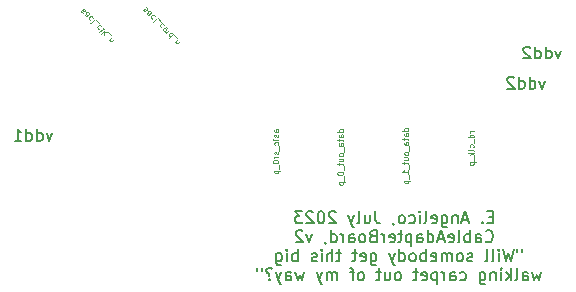
<source format=gbr>
%TF.GenerationSoftware,KiCad,Pcbnew,(6.0.4-0)*%
%TF.CreationDate,2023-07-13T10:21:47-07:00*%
%TF.ProjectId,CableAdapterBoard,4361626c-6541-4646-9170-746572426f61,rev?*%
%TF.SameCoordinates,Original*%
%TF.FileFunction,Legend,Bot*%
%TF.FilePolarity,Positive*%
%FSLAX46Y46*%
G04 Gerber Fmt 4.6, Leading zero omitted, Abs format (unit mm)*
G04 Created by KiCad (PCBNEW (6.0.4-0)) date 2023-07-13 10:21:47*
%MOMM*%
%LPD*%
G01*
G04 APERTURE LIST*
%ADD10C,0.125000*%
%ADD11C,0.150000*%
G04 APERTURE END LIST*
D10*
X123305160Y-69118950D02*
X123355668Y-69135786D01*
X123423011Y-69203129D01*
X123439847Y-69253637D01*
X123423011Y-69304145D01*
X123406175Y-69320981D01*
X123355668Y-69337816D01*
X123305160Y-69320981D01*
X123254652Y-69270473D01*
X123204145Y-69253637D01*
X123153637Y-69270473D01*
X123136801Y-69287309D01*
X123119965Y-69337816D01*
X123136801Y-69388324D01*
X123187309Y-69438832D01*
X123237816Y-69455668D01*
X123776564Y-69556683D02*
X123591370Y-69741877D01*
X123540862Y-69758713D01*
X123490355Y-69741877D01*
X123423011Y-69674534D01*
X123406175Y-69624026D01*
X123759729Y-69573519D02*
X123742893Y-69523011D01*
X123658713Y-69438832D01*
X123608206Y-69421996D01*
X123557698Y-69438832D01*
X123524026Y-69472503D01*
X123507190Y-69523011D01*
X123524026Y-69573519D01*
X123608206Y-69657698D01*
X123625042Y-69708206D01*
X124079610Y-69893400D02*
X124062774Y-69842893D01*
X123995431Y-69775549D01*
X123944923Y-69758713D01*
X123911251Y-69758713D01*
X123860744Y-69775549D01*
X123759729Y-69876564D01*
X123742893Y-69927072D01*
X123742893Y-69960744D01*
X123759729Y-70011251D01*
X123827072Y-70078595D01*
X123877580Y-70095431D01*
X124247969Y-70028087D02*
X124012267Y-70263790D01*
X123894416Y-70381641D02*
X123894416Y-70347969D01*
X123928087Y-70347969D01*
X123928087Y-70381641D01*
X123894416Y-70381641D01*
X123928087Y-70347969D01*
X124365820Y-70078595D02*
X124635194Y-70347969D01*
X124820389Y-70634179D02*
X124803553Y-70583671D01*
X124736209Y-70516328D01*
X124685702Y-70499492D01*
X124652030Y-70499492D01*
X124601522Y-70516328D01*
X124500507Y-70617343D01*
X124483671Y-70667851D01*
X124483671Y-70701522D01*
X124500507Y-70752030D01*
X124567851Y-70819374D01*
X124618358Y-70836209D01*
X125039255Y-70819374D02*
X124988748Y-70802538D01*
X124938240Y-70819374D01*
X124635194Y-71122419D01*
X125173942Y-70954061D02*
X124820389Y-71307614D01*
X125072927Y-71122419D02*
X125308629Y-71088748D01*
X125072927Y-71324450D02*
X125072927Y-71055076D01*
X125409644Y-71122419D02*
X125679018Y-71391793D01*
X125493824Y-71745347D02*
X125729526Y-71509644D01*
X125527496Y-71711675D02*
X125527496Y-71745347D01*
X125544331Y-71795854D01*
X125594839Y-71846362D01*
X125645347Y-71863198D01*
X125695854Y-71846362D01*
X125881049Y-71661167D01*
X150806190Y-79450952D02*
X150306190Y-79450952D01*
X150782380Y-79450952D02*
X150806190Y-79403333D01*
X150806190Y-79308095D01*
X150782380Y-79260476D01*
X150758571Y-79236666D01*
X150710952Y-79212857D01*
X150568095Y-79212857D01*
X150520476Y-79236666D01*
X150496666Y-79260476D01*
X150472857Y-79308095D01*
X150472857Y-79403333D01*
X150496666Y-79450952D01*
X150806190Y-79903333D02*
X150544285Y-79903333D01*
X150496666Y-79879523D01*
X150472857Y-79831904D01*
X150472857Y-79736666D01*
X150496666Y-79689047D01*
X150782380Y-79903333D02*
X150806190Y-79855714D01*
X150806190Y-79736666D01*
X150782380Y-79689047D01*
X150734761Y-79665238D01*
X150687142Y-79665238D01*
X150639523Y-79689047D01*
X150615714Y-79736666D01*
X150615714Y-79855714D01*
X150591904Y-79903333D01*
X150472857Y-80070000D02*
X150472857Y-80260476D01*
X150306190Y-80141428D02*
X150734761Y-80141428D01*
X150782380Y-80165238D01*
X150806190Y-80212857D01*
X150806190Y-80260476D01*
X150806190Y-80641428D02*
X150544285Y-80641428D01*
X150496666Y-80617619D01*
X150472857Y-80570000D01*
X150472857Y-80474761D01*
X150496666Y-80427142D01*
X150782380Y-80641428D02*
X150806190Y-80593809D01*
X150806190Y-80474761D01*
X150782380Y-80427142D01*
X150734761Y-80403333D01*
X150687142Y-80403333D01*
X150639523Y-80427142D01*
X150615714Y-80474761D01*
X150615714Y-80593809D01*
X150591904Y-80641428D01*
X150853809Y-80760476D02*
X150853809Y-81141428D01*
X150806190Y-81331904D02*
X150782380Y-81284285D01*
X150758571Y-81260476D01*
X150710952Y-81236666D01*
X150568095Y-81236666D01*
X150520476Y-81260476D01*
X150496666Y-81284285D01*
X150472857Y-81331904D01*
X150472857Y-81403333D01*
X150496666Y-81450952D01*
X150520476Y-81474761D01*
X150568095Y-81498571D01*
X150710952Y-81498571D01*
X150758571Y-81474761D01*
X150782380Y-81450952D01*
X150806190Y-81403333D01*
X150806190Y-81331904D01*
X150472857Y-81927142D02*
X150806190Y-81927142D01*
X150472857Y-81712857D02*
X150734761Y-81712857D01*
X150782380Y-81736666D01*
X150806190Y-81784285D01*
X150806190Y-81855714D01*
X150782380Y-81903333D01*
X150758571Y-81927142D01*
X150472857Y-82093809D02*
X150472857Y-82284285D01*
X150306190Y-82165238D02*
X150734761Y-82165238D01*
X150782380Y-82189047D01*
X150806190Y-82236666D01*
X150806190Y-82284285D01*
X150853809Y-82331904D02*
X150853809Y-82712857D01*
X150806190Y-83093809D02*
X150806190Y-82808095D01*
X150806190Y-82950952D02*
X150306190Y-82950952D01*
X150377619Y-82903333D01*
X150425238Y-82855714D01*
X150449047Y-82808095D01*
X150853809Y-83189047D02*
X150853809Y-83570000D01*
X150472857Y-83689047D02*
X150972857Y-83689047D01*
X150496666Y-83689047D02*
X150472857Y-83736666D01*
X150472857Y-83831904D01*
X150496666Y-83879523D01*
X150520476Y-83903333D01*
X150568095Y-83927142D01*
X150710952Y-83927142D01*
X150758571Y-83903333D01*
X150782380Y-83879523D01*
X150806190Y-83831904D01*
X150806190Y-83736666D01*
X150782380Y-83689047D01*
X145296190Y-79560952D02*
X144796190Y-79560952D01*
X145272380Y-79560952D02*
X145296190Y-79513333D01*
X145296190Y-79418095D01*
X145272380Y-79370476D01*
X145248571Y-79346666D01*
X145200952Y-79322857D01*
X145058095Y-79322857D01*
X145010476Y-79346666D01*
X144986666Y-79370476D01*
X144962857Y-79418095D01*
X144962857Y-79513333D01*
X144986666Y-79560952D01*
X145296190Y-80013333D02*
X145034285Y-80013333D01*
X144986666Y-79989523D01*
X144962857Y-79941904D01*
X144962857Y-79846666D01*
X144986666Y-79799047D01*
X145272380Y-80013333D02*
X145296190Y-79965714D01*
X145296190Y-79846666D01*
X145272380Y-79799047D01*
X145224761Y-79775238D01*
X145177142Y-79775238D01*
X145129523Y-79799047D01*
X145105714Y-79846666D01*
X145105714Y-79965714D01*
X145081904Y-80013333D01*
X144962857Y-80180000D02*
X144962857Y-80370476D01*
X144796190Y-80251428D02*
X145224761Y-80251428D01*
X145272380Y-80275238D01*
X145296190Y-80322857D01*
X145296190Y-80370476D01*
X145296190Y-80751428D02*
X145034285Y-80751428D01*
X144986666Y-80727619D01*
X144962857Y-80680000D01*
X144962857Y-80584761D01*
X144986666Y-80537142D01*
X145272380Y-80751428D02*
X145296190Y-80703809D01*
X145296190Y-80584761D01*
X145272380Y-80537142D01*
X145224761Y-80513333D01*
X145177142Y-80513333D01*
X145129523Y-80537142D01*
X145105714Y-80584761D01*
X145105714Y-80703809D01*
X145081904Y-80751428D01*
X145343809Y-80870476D02*
X145343809Y-81251428D01*
X145296190Y-81441904D02*
X145272380Y-81394285D01*
X145248571Y-81370476D01*
X145200952Y-81346666D01*
X145058095Y-81346666D01*
X145010476Y-81370476D01*
X144986666Y-81394285D01*
X144962857Y-81441904D01*
X144962857Y-81513333D01*
X144986666Y-81560952D01*
X145010476Y-81584761D01*
X145058095Y-81608571D01*
X145200952Y-81608571D01*
X145248571Y-81584761D01*
X145272380Y-81560952D01*
X145296190Y-81513333D01*
X145296190Y-81441904D01*
X144962857Y-82037142D02*
X145296190Y-82037142D01*
X144962857Y-81822857D02*
X145224761Y-81822857D01*
X145272380Y-81846666D01*
X145296190Y-81894285D01*
X145296190Y-81965714D01*
X145272380Y-82013333D01*
X145248571Y-82037142D01*
X144962857Y-82203809D02*
X144962857Y-82394285D01*
X144796190Y-82275238D02*
X145224761Y-82275238D01*
X145272380Y-82299047D01*
X145296190Y-82346666D01*
X145296190Y-82394285D01*
X145343809Y-82441904D02*
X145343809Y-82822857D01*
X144796190Y-83037142D02*
X144796190Y-83084761D01*
X144820000Y-83132380D01*
X144843809Y-83156190D01*
X144891428Y-83180000D01*
X144986666Y-83203809D01*
X145105714Y-83203809D01*
X145200952Y-83180000D01*
X145248571Y-83156190D01*
X145272380Y-83132380D01*
X145296190Y-83084761D01*
X145296190Y-83037142D01*
X145272380Y-82989523D01*
X145248571Y-82965714D01*
X145200952Y-82941904D01*
X145105714Y-82918095D01*
X144986666Y-82918095D01*
X144891428Y-82941904D01*
X144843809Y-82965714D01*
X144820000Y-82989523D01*
X144796190Y-83037142D01*
X145343809Y-83299047D02*
X145343809Y-83680000D01*
X144962857Y-83799047D02*
X145462857Y-83799047D01*
X144986666Y-83799047D02*
X144962857Y-83846666D01*
X144962857Y-83941904D01*
X144986666Y-83989523D01*
X145010476Y-84013333D01*
X145058095Y-84037142D01*
X145200952Y-84037142D01*
X145248571Y-84013333D01*
X145272380Y-83989523D01*
X145296190Y-83941904D01*
X145296190Y-83846666D01*
X145272380Y-83799047D01*
D11*
X163749047Y-72675714D02*
X163510952Y-73342380D01*
X163272857Y-72675714D01*
X162463333Y-73342380D02*
X162463333Y-72342380D01*
X162463333Y-73294761D02*
X162558571Y-73342380D01*
X162749047Y-73342380D01*
X162844285Y-73294761D01*
X162891904Y-73247142D01*
X162939523Y-73151904D01*
X162939523Y-72866190D01*
X162891904Y-72770952D01*
X162844285Y-72723333D01*
X162749047Y-72675714D01*
X162558571Y-72675714D01*
X162463333Y-72723333D01*
X161558571Y-73342380D02*
X161558571Y-72342380D01*
X161558571Y-73294761D02*
X161653809Y-73342380D01*
X161844285Y-73342380D01*
X161939523Y-73294761D01*
X161987142Y-73247142D01*
X162034761Y-73151904D01*
X162034761Y-72866190D01*
X161987142Y-72770952D01*
X161939523Y-72723333D01*
X161844285Y-72675714D01*
X161653809Y-72675714D01*
X161558571Y-72723333D01*
X161130000Y-72437619D02*
X161082380Y-72390000D01*
X160987142Y-72342380D01*
X160749047Y-72342380D01*
X160653809Y-72390000D01*
X160606190Y-72437619D01*
X160558571Y-72532857D01*
X160558571Y-72628095D01*
X160606190Y-72770952D01*
X161177619Y-73342380D01*
X160558571Y-73342380D01*
X162379047Y-75235714D02*
X162140952Y-75902380D01*
X161902857Y-75235714D01*
X161093333Y-75902380D02*
X161093333Y-74902380D01*
X161093333Y-75854761D02*
X161188571Y-75902380D01*
X161379047Y-75902380D01*
X161474285Y-75854761D01*
X161521904Y-75807142D01*
X161569523Y-75711904D01*
X161569523Y-75426190D01*
X161521904Y-75330952D01*
X161474285Y-75283333D01*
X161379047Y-75235714D01*
X161188571Y-75235714D01*
X161093333Y-75283333D01*
X160188571Y-75902380D02*
X160188571Y-74902380D01*
X160188571Y-75854761D02*
X160283809Y-75902380D01*
X160474285Y-75902380D01*
X160569523Y-75854761D01*
X160617142Y-75807142D01*
X160664761Y-75711904D01*
X160664761Y-75426190D01*
X160617142Y-75330952D01*
X160569523Y-75283333D01*
X160474285Y-75235714D01*
X160283809Y-75235714D01*
X160188571Y-75283333D01*
X159760000Y-74997619D02*
X159712380Y-74950000D01*
X159617142Y-74902380D01*
X159379047Y-74902380D01*
X159283809Y-74950000D01*
X159236190Y-74997619D01*
X159188571Y-75092857D01*
X159188571Y-75188095D01*
X159236190Y-75330952D01*
X159807619Y-75902380D01*
X159188571Y-75902380D01*
X157982142Y-86763571D02*
X157648809Y-86763571D01*
X157505952Y-87287380D02*
X157982142Y-87287380D01*
X157982142Y-86287380D01*
X157505952Y-86287380D01*
X157077380Y-87192142D02*
X157029761Y-87239761D01*
X157077380Y-87287380D01*
X157125000Y-87239761D01*
X157077380Y-87192142D01*
X157077380Y-87287380D01*
X155886904Y-87001666D02*
X155410714Y-87001666D01*
X155982142Y-87287380D02*
X155648809Y-86287380D01*
X155315476Y-87287380D01*
X154982142Y-86620714D02*
X154982142Y-87287380D01*
X154982142Y-86715952D02*
X154934523Y-86668333D01*
X154839285Y-86620714D01*
X154696428Y-86620714D01*
X154601190Y-86668333D01*
X154553571Y-86763571D01*
X154553571Y-87287380D01*
X153648809Y-86620714D02*
X153648809Y-87430238D01*
X153696428Y-87525476D01*
X153744047Y-87573095D01*
X153839285Y-87620714D01*
X153982142Y-87620714D01*
X154077380Y-87573095D01*
X153648809Y-87239761D02*
X153744047Y-87287380D01*
X153934523Y-87287380D01*
X154029761Y-87239761D01*
X154077380Y-87192142D01*
X154125000Y-87096904D01*
X154125000Y-86811190D01*
X154077380Y-86715952D01*
X154029761Y-86668333D01*
X153934523Y-86620714D01*
X153744047Y-86620714D01*
X153648809Y-86668333D01*
X152791666Y-87239761D02*
X152886904Y-87287380D01*
X153077380Y-87287380D01*
X153172619Y-87239761D01*
X153220238Y-87144523D01*
X153220238Y-86763571D01*
X153172619Y-86668333D01*
X153077380Y-86620714D01*
X152886904Y-86620714D01*
X152791666Y-86668333D01*
X152744047Y-86763571D01*
X152744047Y-86858809D01*
X153220238Y-86954047D01*
X152172619Y-87287380D02*
X152267857Y-87239761D01*
X152315476Y-87144523D01*
X152315476Y-86287380D01*
X151791666Y-87287380D02*
X151791666Y-86620714D01*
X151791666Y-86287380D02*
X151839285Y-86335000D01*
X151791666Y-86382619D01*
X151744047Y-86335000D01*
X151791666Y-86287380D01*
X151791666Y-86382619D01*
X150886904Y-87239761D02*
X150982142Y-87287380D01*
X151172619Y-87287380D01*
X151267857Y-87239761D01*
X151315476Y-87192142D01*
X151363095Y-87096904D01*
X151363095Y-86811190D01*
X151315476Y-86715952D01*
X151267857Y-86668333D01*
X151172619Y-86620714D01*
X150982142Y-86620714D01*
X150886904Y-86668333D01*
X150315476Y-87287380D02*
X150410714Y-87239761D01*
X150458333Y-87192142D01*
X150505952Y-87096904D01*
X150505952Y-86811190D01*
X150458333Y-86715952D01*
X150410714Y-86668333D01*
X150315476Y-86620714D01*
X150172619Y-86620714D01*
X150077380Y-86668333D01*
X150029761Y-86715952D01*
X149982142Y-86811190D01*
X149982142Y-87096904D01*
X150029761Y-87192142D01*
X150077380Y-87239761D01*
X150172619Y-87287380D01*
X150315476Y-87287380D01*
X149505952Y-87239761D02*
X149505952Y-87287380D01*
X149553571Y-87382619D01*
X149601190Y-87430238D01*
X148029761Y-86287380D02*
X148029761Y-87001666D01*
X148077380Y-87144523D01*
X148172619Y-87239761D01*
X148315476Y-87287380D01*
X148410714Y-87287380D01*
X147125000Y-86620714D02*
X147125000Y-87287380D01*
X147553571Y-86620714D02*
X147553571Y-87144523D01*
X147505952Y-87239761D01*
X147410714Y-87287380D01*
X147267857Y-87287380D01*
X147172619Y-87239761D01*
X147125000Y-87192142D01*
X146505952Y-87287380D02*
X146601190Y-87239761D01*
X146648809Y-87144523D01*
X146648809Y-86287380D01*
X146220238Y-86620714D02*
X145982142Y-87287380D01*
X145744047Y-86620714D02*
X145982142Y-87287380D01*
X146077380Y-87525476D01*
X146125000Y-87573095D01*
X146220238Y-87620714D01*
X144648809Y-86382619D02*
X144601190Y-86335000D01*
X144505952Y-86287380D01*
X144267857Y-86287380D01*
X144172619Y-86335000D01*
X144125000Y-86382619D01*
X144077380Y-86477857D01*
X144077380Y-86573095D01*
X144125000Y-86715952D01*
X144696428Y-87287380D01*
X144077380Y-87287380D01*
X143458333Y-86287380D02*
X143363095Y-86287380D01*
X143267857Y-86335000D01*
X143220238Y-86382619D01*
X143172619Y-86477857D01*
X143125000Y-86668333D01*
X143125000Y-86906428D01*
X143172619Y-87096904D01*
X143220238Y-87192142D01*
X143267857Y-87239761D01*
X143363095Y-87287380D01*
X143458333Y-87287380D01*
X143553571Y-87239761D01*
X143601190Y-87192142D01*
X143648809Y-87096904D01*
X143696428Y-86906428D01*
X143696428Y-86668333D01*
X143648809Y-86477857D01*
X143601190Y-86382619D01*
X143553571Y-86335000D01*
X143458333Y-86287380D01*
X142744047Y-86382619D02*
X142696428Y-86335000D01*
X142601190Y-86287380D01*
X142363095Y-86287380D01*
X142267857Y-86335000D01*
X142220238Y-86382619D01*
X142172619Y-86477857D01*
X142172619Y-86573095D01*
X142220238Y-86715952D01*
X142791666Y-87287380D01*
X142172619Y-87287380D01*
X141839285Y-86287380D02*
X141220238Y-86287380D01*
X141553571Y-86668333D01*
X141410714Y-86668333D01*
X141315476Y-86715952D01*
X141267857Y-86763571D01*
X141220238Y-86858809D01*
X141220238Y-87096904D01*
X141267857Y-87192142D01*
X141315476Y-87239761D01*
X141410714Y-87287380D01*
X141696428Y-87287380D01*
X141791666Y-87239761D01*
X141839285Y-87192142D01*
X157363095Y-88802142D02*
X157410714Y-88849761D01*
X157553571Y-88897380D01*
X157648809Y-88897380D01*
X157791666Y-88849761D01*
X157886904Y-88754523D01*
X157934523Y-88659285D01*
X157982142Y-88468809D01*
X157982142Y-88325952D01*
X157934523Y-88135476D01*
X157886904Y-88040238D01*
X157791666Y-87945000D01*
X157648809Y-87897380D01*
X157553571Y-87897380D01*
X157410714Y-87945000D01*
X157363095Y-87992619D01*
X156505952Y-88897380D02*
X156505952Y-88373571D01*
X156553571Y-88278333D01*
X156648809Y-88230714D01*
X156839285Y-88230714D01*
X156934523Y-88278333D01*
X156505952Y-88849761D02*
X156601190Y-88897380D01*
X156839285Y-88897380D01*
X156934523Y-88849761D01*
X156982142Y-88754523D01*
X156982142Y-88659285D01*
X156934523Y-88564047D01*
X156839285Y-88516428D01*
X156601190Y-88516428D01*
X156505952Y-88468809D01*
X156029761Y-88897380D02*
X156029761Y-87897380D01*
X156029761Y-88278333D02*
X155934523Y-88230714D01*
X155744047Y-88230714D01*
X155648809Y-88278333D01*
X155601190Y-88325952D01*
X155553571Y-88421190D01*
X155553571Y-88706904D01*
X155601190Y-88802142D01*
X155648809Y-88849761D01*
X155744047Y-88897380D01*
X155934523Y-88897380D01*
X156029761Y-88849761D01*
X154982142Y-88897380D02*
X155077380Y-88849761D01*
X155125000Y-88754523D01*
X155125000Y-87897380D01*
X154220238Y-88849761D02*
X154315476Y-88897380D01*
X154505952Y-88897380D01*
X154601190Y-88849761D01*
X154648809Y-88754523D01*
X154648809Y-88373571D01*
X154601190Y-88278333D01*
X154505952Y-88230714D01*
X154315476Y-88230714D01*
X154220238Y-88278333D01*
X154172619Y-88373571D01*
X154172619Y-88468809D01*
X154648809Y-88564047D01*
X153791666Y-88611666D02*
X153315476Y-88611666D01*
X153886904Y-88897380D02*
X153553571Y-87897380D01*
X153220238Y-88897380D01*
X152458333Y-88897380D02*
X152458333Y-87897380D01*
X152458333Y-88849761D02*
X152553571Y-88897380D01*
X152744047Y-88897380D01*
X152839285Y-88849761D01*
X152886904Y-88802142D01*
X152934523Y-88706904D01*
X152934523Y-88421190D01*
X152886904Y-88325952D01*
X152839285Y-88278333D01*
X152744047Y-88230714D01*
X152553571Y-88230714D01*
X152458333Y-88278333D01*
X151553571Y-88897380D02*
X151553571Y-88373571D01*
X151601190Y-88278333D01*
X151696428Y-88230714D01*
X151886904Y-88230714D01*
X151982142Y-88278333D01*
X151553571Y-88849761D02*
X151648809Y-88897380D01*
X151886904Y-88897380D01*
X151982142Y-88849761D01*
X152029761Y-88754523D01*
X152029761Y-88659285D01*
X151982142Y-88564047D01*
X151886904Y-88516428D01*
X151648809Y-88516428D01*
X151553571Y-88468809D01*
X151077380Y-88230714D02*
X151077380Y-89230714D01*
X151077380Y-88278333D02*
X150982142Y-88230714D01*
X150791666Y-88230714D01*
X150696428Y-88278333D01*
X150648809Y-88325952D01*
X150601190Y-88421190D01*
X150601190Y-88706904D01*
X150648809Y-88802142D01*
X150696428Y-88849761D01*
X150791666Y-88897380D01*
X150982142Y-88897380D01*
X151077380Y-88849761D01*
X150315476Y-88230714D02*
X149934523Y-88230714D01*
X150172619Y-87897380D02*
X150172619Y-88754523D01*
X150125000Y-88849761D01*
X150029761Y-88897380D01*
X149934523Y-88897380D01*
X149220238Y-88849761D02*
X149315476Y-88897380D01*
X149505952Y-88897380D01*
X149601190Y-88849761D01*
X149648809Y-88754523D01*
X149648809Y-88373571D01*
X149601190Y-88278333D01*
X149505952Y-88230714D01*
X149315476Y-88230714D01*
X149220238Y-88278333D01*
X149172619Y-88373571D01*
X149172619Y-88468809D01*
X149648809Y-88564047D01*
X148744047Y-88897380D02*
X148744047Y-88230714D01*
X148744047Y-88421190D02*
X148696428Y-88325952D01*
X148648809Y-88278333D01*
X148553571Y-88230714D01*
X148458333Y-88230714D01*
X147791666Y-88373571D02*
X147648809Y-88421190D01*
X147601190Y-88468809D01*
X147553571Y-88564047D01*
X147553571Y-88706904D01*
X147601190Y-88802142D01*
X147648809Y-88849761D01*
X147744047Y-88897380D01*
X148125000Y-88897380D01*
X148125000Y-87897380D01*
X147791666Y-87897380D01*
X147696428Y-87945000D01*
X147648809Y-87992619D01*
X147601190Y-88087857D01*
X147601190Y-88183095D01*
X147648809Y-88278333D01*
X147696428Y-88325952D01*
X147791666Y-88373571D01*
X148125000Y-88373571D01*
X146982142Y-88897380D02*
X147077380Y-88849761D01*
X147125000Y-88802142D01*
X147172619Y-88706904D01*
X147172619Y-88421190D01*
X147125000Y-88325952D01*
X147077380Y-88278333D01*
X146982142Y-88230714D01*
X146839285Y-88230714D01*
X146744047Y-88278333D01*
X146696428Y-88325952D01*
X146648809Y-88421190D01*
X146648809Y-88706904D01*
X146696428Y-88802142D01*
X146744047Y-88849761D01*
X146839285Y-88897380D01*
X146982142Y-88897380D01*
X145791666Y-88897380D02*
X145791666Y-88373571D01*
X145839285Y-88278333D01*
X145934523Y-88230714D01*
X146125000Y-88230714D01*
X146220238Y-88278333D01*
X145791666Y-88849761D02*
X145886904Y-88897380D01*
X146125000Y-88897380D01*
X146220238Y-88849761D01*
X146267857Y-88754523D01*
X146267857Y-88659285D01*
X146220238Y-88564047D01*
X146125000Y-88516428D01*
X145886904Y-88516428D01*
X145791666Y-88468809D01*
X145315476Y-88897380D02*
X145315476Y-88230714D01*
X145315476Y-88421190D02*
X145267857Y-88325952D01*
X145220238Y-88278333D01*
X145125000Y-88230714D01*
X145029761Y-88230714D01*
X144267857Y-88897380D02*
X144267857Y-87897380D01*
X144267857Y-88849761D02*
X144363095Y-88897380D01*
X144553571Y-88897380D01*
X144648809Y-88849761D01*
X144696428Y-88802142D01*
X144744047Y-88706904D01*
X144744047Y-88421190D01*
X144696428Y-88325952D01*
X144648809Y-88278333D01*
X144553571Y-88230714D01*
X144363095Y-88230714D01*
X144267857Y-88278333D01*
X143744047Y-88849761D02*
X143744047Y-88897380D01*
X143791666Y-88992619D01*
X143839285Y-89040238D01*
X142648809Y-88230714D02*
X142410714Y-88897380D01*
X142172619Y-88230714D01*
X141839285Y-87992619D02*
X141791666Y-87945000D01*
X141696428Y-87897380D01*
X141458333Y-87897380D01*
X141363095Y-87945000D01*
X141315476Y-87992619D01*
X141267857Y-88087857D01*
X141267857Y-88183095D01*
X141315476Y-88325952D01*
X141886904Y-88897380D01*
X141267857Y-88897380D01*
X160434523Y-89507380D02*
X160434523Y-89697857D01*
X160053571Y-89507380D02*
X160053571Y-89697857D01*
X159720238Y-89507380D02*
X159482142Y-90507380D01*
X159291666Y-89793095D01*
X159101190Y-90507380D01*
X158863095Y-89507380D01*
X158482142Y-90507380D02*
X158482142Y-89840714D01*
X158482142Y-89507380D02*
X158529761Y-89555000D01*
X158482142Y-89602619D01*
X158434523Y-89555000D01*
X158482142Y-89507380D01*
X158482142Y-89602619D01*
X157863095Y-90507380D02*
X157958333Y-90459761D01*
X158005952Y-90364523D01*
X158005952Y-89507380D01*
X157339285Y-90507380D02*
X157434523Y-90459761D01*
X157482142Y-90364523D01*
X157482142Y-89507380D01*
X156244047Y-90459761D02*
X156148809Y-90507380D01*
X155958333Y-90507380D01*
X155863095Y-90459761D01*
X155815476Y-90364523D01*
X155815476Y-90316904D01*
X155863095Y-90221666D01*
X155958333Y-90174047D01*
X156101190Y-90174047D01*
X156196428Y-90126428D01*
X156244047Y-90031190D01*
X156244047Y-89983571D01*
X156196428Y-89888333D01*
X156101190Y-89840714D01*
X155958333Y-89840714D01*
X155863095Y-89888333D01*
X155244047Y-90507380D02*
X155339285Y-90459761D01*
X155386904Y-90412142D01*
X155434523Y-90316904D01*
X155434523Y-90031190D01*
X155386904Y-89935952D01*
X155339285Y-89888333D01*
X155244047Y-89840714D01*
X155101190Y-89840714D01*
X155005952Y-89888333D01*
X154958333Y-89935952D01*
X154910714Y-90031190D01*
X154910714Y-90316904D01*
X154958333Y-90412142D01*
X155005952Y-90459761D01*
X155101190Y-90507380D01*
X155244047Y-90507380D01*
X154482142Y-90507380D02*
X154482142Y-89840714D01*
X154482142Y-89935952D02*
X154434523Y-89888333D01*
X154339285Y-89840714D01*
X154196428Y-89840714D01*
X154101190Y-89888333D01*
X154053571Y-89983571D01*
X154053571Y-90507380D01*
X154053571Y-89983571D02*
X154005952Y-89888333D01*
X153910714Y-89840714D01*
X153767857Y-89840714D01*
X153672619Y-89888333D01*
X153625000Y-89983571D01*
X153625000Y-90507380D01*
X152767857Y-90459761D02*
X152863095Y-90507380D01*
X153053571Y-90507380D01*
X153148809Y-90459761D01*
X153196428Y-90364523D01*
X153196428Y-89983571D01*
X153148809Y-89888333D01*
X153053571Y-89840714D01*
X152863095Y-89840714D01*
X152767857Y-89888333D01*
X152720238Y-89983571D01*
X152720238Y-90078809D01*
X153196428Y-90174047D01*
X152291666Y-90507380D02*
X152291666Y-89507380D01*
X152291666Y-89888333D02*
X152196428Y-89840714D01*
X152005952Y-89840714D01*
X151910714Y-89888333D01*
X151863095Y-89935952D01*
X151815476Y-90031190D01*
X151815476Y-90316904D01*
X151863095Y-90412142D01*
X151910714Y-90459761D01*
X152005952Y-90507380D01*
X152196428Y-90507380D01*
X152291666Y-90459761D01*
X151244047Y-90507380D02*
X151339285Y-90459761D01*
X151386904Y-90412142D01*
X151434523Y-90316904D01*
X151434523Y-90031190D01*
X151386904Y-89935952D01*
X151339285Y-89888333D01*
X151244047Y-89840714D01*
X151101190Y-89840714D01*
X151005952Y-89888333D01*
X150958333Y-89935952D01*
X150910714Y-90031190D01*
X150910714Y-90316904D01*
X150958333Y-90412142D01*
X151005952Y-90459761D01*
X151101190Y-90507380D01*
X151244047Y-90507380D01*
X150053571Y-90507380D02*
X150053571Y-89507380D01*
X150053571Y-90459761D02*
X150148809Y-90507380D01*
X150339285Y-90507380D01*
X150434523Y-90459761D01*
X150482142Y-90412142D01*
X150529761Y-90316904D01*
X150529761Y-90031190D01*
X150482142Y-89935952D01*
X150434523Y-89888333D01*
X150339285Y-89840714D01*
X150148809Y-89840714D01*
X150053571Y-89888333D01*
X149672619Y-89840714D02*
X149434523Y-90507380D01*
X149196428Y-89840714D02*
X149434523Y-90507380D01*
X149529761Y-90745476D01*
X149577380Y-90793095D01*
X149672619Y-90840714D01*
X147625000Y-89840714D02*
X147625000Y-90650238D01*
X147672619Y-90745476D01*
X147720238Y-90793095D01*
X147815476Y-90840714D01*
X147958333Y-90840714D01*
X148053571Y-90793095D01*
X147625000Y-90459761D02*
X147720238Y-90507380D01*
X147910714Y-90507380D01*
X148005952Y-90459761D01*
X148053571Y-90412142D01*
X148101190Y-90316904D01*
X148101190Y-90031190D01*
X148053571Y-89935952D01*
X148005952Y-89888333D01*
X147910714Y-89840714D01*
X147720238Y-89840714D01*
X147625000Y-89888333D01*
X146767857Y-90459761D02*
X146863095Y-90507380D01*
X147053571Y-90507380D01*
X147148809Y-90459761D01*
X147196428Y-90364523D01*
X147196428Y-89983571D01*
X147148809Y-89888333D01*
X147053571Y-89840714D01*
X146863095Y-89840714D01*
X146767857Y-89888333D01*
X146720238Y-89983571D01*
X146720238Y-90078809D01*
X147196428Y-90174047D01*
X146434523Y-89840714D02*
X146053571Y-89840714D01*
X146291666Y-89507380D02*
X146291666Y-90364523D01*
X146244047Y-90459761D01*
X146148809Y-90507380D01*
X146053571Y-90507380D01*
X145101190Y-89840714D02*
X144720238Y-89840714D01*
X144958333Y-89507380D02*
X144958333Y-90364523D01*
X144910714Y-90459761D01*
X144815476Y-90507380D01*
X144720238Y-90507380D01*
X144386904Y-90507380D02*
X144386904Y-89507380D01*
X143958333Y-90507380D02*
X143958333Y-89983571D01*
X144005952Y-89888333D01*
X144101190Y-89840714D01*
X144244047Y-89840714D01*
X144339285Y-89888333D01*
X144386904Y-89935952D01*
X143482142Y-90507380D02*
X143482142Y-89840714D01*
X143482142Y-89507380D02*
X143529761Y-89555000D01*
X143482142Y-89602619D01*
X143434523Y-89555000D01*
X143482142Y-89507380D01*
X143482142Y-89602619D01*
X143053571Y-90459761D02*
X142958333Y-90507380D01*
X142767857Y-90507380D01*
X142672619Y-90459761D01*
X142625000Y-90364523D01*
X142625000Y-90316904D01*
X142672619Y-90221666D01*
X142767857Y-90174047D01*
X142910714Y-90174047D01*
X143005952Y-90126428D01*
X143053571Y-90031190D01*
X143053571Y-89983571D01*
X143005952Y-89888333D01*
X142910714Y-89840714D01*
X142767857Y-89840714D01*
X142672619Y-89888333D01*
X141434523Y-90507380D02*
X141434523Y-89507380D01*
X141434523Y-89888333D02*
X141339285Y-89840714D01*
X141148809Y-89840714D01*
X141053571Y-89888333D01*
X141005952Y-89935952D01*
X140958333Y-90031190D01*
X140958333Y-90316904D01*
X141005952Y-90412142D01*
X141053571Y-90459761D01*
X141148809Y-90507380D01*
X141339285Y-90507380D01*
X141434523Y-90459761D01*
X140529761Y-90507380D02*
X140529761Y-89840714D01*
X140529761Y-89507380D02*
X140577380Y-89555000D01*
X140529761Y-89602619D01*
X140482142Y-89555000D01*
X140529761Y-89507380D01*
X140529761Y-89602619D01*
X139625000Y-89840714D02*
X139625000Y-90650238D01*
X139672619Y-90745476D01*
X139720238Y-90793095D01*
X139815476Y-90840714D01*
X139958333Y-90840714D01*
X140053571Y-90793095D01*
X139625000Y-90459761D02*
X139720238Y-90507380D01*
X139910714Y-90507380D01*
X140005952Y-90459761D01*
X140053571Y-90412142D01*
X140101190Y-90316904D01*
X140101190Y-90031190D01*
X140053571Y-89935952D01*
X140005952Y-89888333D01*
X139910714Y-89840714D01*
X139720238Y-89840714D01*
X139625000Y-89888333D01*
X162053571Y-91450714D02*
X161863095Y-92117380D01*
X161672619Y-91641190D01*
X161482142Y-92117380D01*
X161291666Y-91450714D01*
X160482142Y-92117380D02*
X160482142Y-91593571D01*
X160529761Y-91498333D01*
X160625000Y-91450714D01*
X160815476Y-91450714D01*
X160910714Y-91498333D01*
X160482142Y-92069761D02*
X160577380Y-92117380D01*
X160815476Y-92117380D01*
X160910714Y-92069761D01*
X160958333Y-91974523D01*
X160958333Y-91879285D01*
X160910714Y-91784047D01*
X160815476Y-91736428D01*
X160577380Y-91736428D01*
X160482142Y-91688809D01*
X159863095Y-92117380D02*
X159958333Y-92069761D01*
X160005952Y-91974523D01*
X160005952Y-91117380D01*
X159482142Y-92117380D02*
X159482142Y-91117380D01*
X159386904Y-91736428D02*
X159101190Y-92117380D01*
X159101190Y-91450714D02*
X159482142Y-91831666D01*
X158672619Y-92117380D02*
X158672619Y-91450714D01*
X158672619Y-91117380D02*
X158720238Y-91165000D01*
X158672619Y-91212619D01*
X158625000Y-91165000D01*
X158672619Y-91117380D01*
X158672619Y-91212619D01*
X158196428Y-91450714D02*
X158196428Y-92117380D01*
X158196428Y-91545952D02*
X158148809Y-91498333D01*
X158053571Y-91450714D01*
X157910714Y-91450714D01*
X157815476Y-91498333D01*
X157767857Y-91593571D01*
X157767857Y-92117380D01*
X156863095Y-91450714D02*
X156863095Y-92260238D01*
X156910714Y-92355476D01*
X156958333Y-92403095D01*
X157053571Y-92450714D01*
X157196428Y-92450714D01*
X157291666Y-92403095D01*
X156863095Y-92069761D02*
X156958333Y-92117380D01*
X157148809Y-92117380D01*
X157244047Y-92069761D01*
X157291666Y-92022142D01*
X157339285Y-91926904D01*
X157339285Y-91641190D01*
X157291666Y-91545952D01*
X157244047Y-91498333D01*
X157148809Y-91450714D01*
X156958333Y-91450714D01*
X156863095Y-91498333D01*
X155196428Y-92069761D02*
X155291666Y-92117380D01*
X155482142Y-92117380D01*
X155577380Y-92069761D01*
X155625000Y-92022142D01*
X155672619Y-91926904D01*
X155672619Y-91641190D01*
X155625000Y-91545952D01*
X155577380Y-91498333D01*
X155482142Y-91450714D01*
X155291666Y-91450714D01*
X155196428Y-91498333D01*
X154339285Y-92117380D02*
X154339285Y-91593571D01*
X154386904Y-91498333D01*
X154482142Y-91450714D01*
X154672619Y-91450714D01*
X154767857Y-91498333D01*
X154339285Y-92069761D02*
X154434523Y-92117380D01*
X154672619Y-92117380D01*
X154767857Y-92069761D01*
X154815476Y-91974523D01*
X154815476Y-91879285D01*
X154767857Y-91784047D01*
X154672619Y-91736428D01*
X154434523Y-91736428D01*
X154339285Y-91688809D01*
X153863095Y-92117380D02*
X153863095Y-91450714D01*
X153863095Y-91641190D02*
X153815476Y-91545952D01*
X153767857Y-91498333D01*
X153672619Y-91450714D01*
X153577380Y-91450714D01*
X153244047Y-91450714D02*
X153244047Y-92450714D01*
X153244047Y-91498333D02*
X153148809Y-91450714D01*
X152958333Y-91450714D01*
X152863095Y-91498333D01*
X152815476Y-91545952D01*
X152767857Y-91641190D01*
X152767857Y-91926904D01*
X152815476Y-92022142D01*
X152863095Y-92069761D01*
X152958333Y-92117380D01*
X153148809Y-92117380D01*
X153244047Y-92069761D01*
X151958333Y-92069761D02*
X152053571Y-92117380D01*
X152244047Y-92117380D01*
X152339285Y-92069761D01*
X152386904Y-91974523D01*
X152386904Y-91593571D01*
X152339285Y-91498333D01*
X152244047Y-91450714D01*
X152053571Y-91450714D01*
X151958333Y-91498333D01*
X151910714Y-91593571D01*
X151910714Y-91688809D01*
X152386904Y-91784047D01*
X151625000Y-91450714D02*
X151244047Y-91450714D01*
X151482142Y-91117380D02*
X151482142Y-91974523D01*
X151434523Y-92069761D01*
X151339285Y-92117380D01*
X151244047Y-92117380D01*
X150005952Y-92117380D02*
X150101190Y-92069761D01*
X150148809Y-92022142D01*
X150196428Y-91926904D01*
X150196428Y-91641190D01*
X150148809Y-91545952D01*
X150101190Y-91498333D01*
X150005952Y-91450714D01*
X149863095Y-91450714D01*
X149767857Y-91498333D01*
X149720238Y-91545952D01*
X149672619Y-91641190D01*
X149672619Y-91926904D01*
X149720238Y-92022142D01*
X149767857Y-92069761D01*
X149863095Y-92117380D01*
X150005952Y-92117380D01*
X148815476Y-91450714D02*
X148815476Y-92117380D01*
X149244047Y-91450714D02*
X149244047Y-91974523D01*
X149196428Y-92069761D01*
X149101190Y-92117380D01*
X148958333Y-92117380D01*
X148863095Y-92069761D01*
X148815476Y-92022142D01*
X148482142Y-91450714D02*
X148101190Y-91450714D01*
X148339285Y-91117380D02*
X148339285Y-91974523D01*
X148291666Y-92069761D01*
X148196428Y-92117380D01*
X148101190Y-92117380D01*
X146863095Y-92117380D02*
X146958333Y-92069761D01*
X147005952Y-92022142D01*
X147053571Y-91926904D01*
X147053571Y-91641190D01*
X147005952Y-91545952D01*
X146958333Y-91498333D01*
X146863095Y-91450714D01*
X146720238Y-91450714D01*
X146625000Y-91498333D01*
X146577380Y-91545952D01*
X146529761Y-91641190D01*
X146529761Y-91926904D01*
X146577380Y-92022142D01*
X146625000Y-92069761D01*
X146720238Y-92117380D01*
X146863095Y-92117380D01*
X146244047Y-91450714D02*
X145863095Y-91450714D01*
X146101190Y-92117380D02*
X146101190Y-91260238D01*
X146053571Y-91165000D01*
X145958333Y-91117380D01*
X145863095Y-91117380D01*
X144767857Y-92117380D02*
X144767857Y-91450714D01*
X144767857Y-91545952D02*
X144720238Y-91498333D01*
X144625000Y-91450714D01*
X144482142Y-91450714D01*
X144386904Y-91498333D01*
X144339285Y-91593571D01*
X144339285Y-92117380D01*
X144339285Y-91593571D02*
X144291666Y-91498333D01*
X144196428Y-91450714D01*
X144053571Y-91450714D01*
X143958333Y-91498333D01*
X143910714Y-91593571D01*
X143910714Y-92117380D01*
X143529761Y-91450714D02*
X143291666Y-92117380D01*
X143053571Y-91450714D02*
X143291666Y-92117380D01*
X143386904Y-92355476D01*
X143434523Y-92403095D01*
X143529761Y-92450714D01*
X142005952Y-91450714D02*
X141815476Y-92117380D01*
X141625000Y-91641190D01*
X141434523Y-92117380D01*
X141244047Y-91450714D01*
X140434523Y-92117380D02*
X140434523Y-91593571D01*
X140482142Y-91498333D01*
X140577380Y-91450714D01*
X140767857Y-91450714D01*
X140863095Y-91498333D01*
X140434523Y-92069761D02*
X140529761Y-92117380D01*
X140767857Y-92117380D01*
X140863095Y-92069761D01*
X140910714Y-91974523D01*
X140910714Y-91879285D01*
X140863095Y-91784047D01*
X140767857Y-91736428D01*
X140529761Y-91736428D01*
X140434523Y-91688809D01*
X140053571Y-91450714D02*
X139815476Y-92117380D01*
X139577380Y-91450714D02*
X139815476Y-92117380D01*
X139910714Y-92355476D01*
X139958333Y-92403095D01*
X140053571Y-92450714D01*
X139053571Y-92022142D02*
X139005952Y-92069761D01*
X139053571Y-92117380D01*
X139101190Y-92069761D01*
X139053571Y-92022142D01*
X139053571Y-92117380D01*
X139244047Y-91165000D02*
X139148809Y-91117380D01*
X138910714Y-91117380D01*
X138815476Y-91165000D01*
X138767857Y-91260238D01*
X138767857Y-91355476D01*
X138815476Y-91450714D01*
X138863095Y-91498333D01*
X138958333Y-91545952D01*
X139005952Y-91593571D01*
X139053571Y-91688809D01*
X139053571Y-91736428D01*
X138386904Y-91117380D02*
X138386904Y-91307857D01*
X138005952Y-91117380D02*
X138005952Y-91307857D01*
D10*
X156336190Y-79503333D02*
X156002857Y-79503333D01*
X156098095Y-79503333D02*
X156050476Y-79527142D01*
X156026666Y-79550952D01*
X156002857Y-79598571D01*
X156002857Y-79646190D01*
X156336190Y-80027142D02*
X155836190Y-80027142D01*
X156312380Y-80027142D02*
X156336190Y-79979523D01*
X156336190Y-79884285D01*
X156312380Y-79836666D01*
X156288571Y-79812857D01*
X156240952Y-79789047D01*
X156098095Y-79789047D01*
X156050476Y-79812857D01*
X156026666Y-79836666D01*
X156002857Y-79884285D01*
X156002857Y-79979523D01*
X156026666Y-80027142D01*
X156383809Y-80146190D02*
X156383809Y-80527142D01*
X156312380Y-80860476D02*
X156336190Y-80812857D01*
X156336190Y-80717619D01*
X156312380Y-80670000D01*
X156288571Y-80646190D01*
X156240952Y-80622380D01*
X156098095Y-80622380D01*
X156050476Y-80646190D01*
X156026666Y-80670000D01*
X156002857Y-80717619D01*
X156002857Y-80812857D01*
X156026666Y-80860476D01*
X156336190Y-81146190D02*
X156312380Y-81098571D01*
X156264761Y-81074761D01*
X155836190Y-81074761D01*
X156336190Y-81336666D02*
X155836190Y-81336666D01*
X156145714Y-81384285D02*
X156336190Y-81527142D01*
X156002857Y-81527142D02*
X156193333Y-81336666D01*
X156383809Y-81622380D02*
X156383809Y-82003333D01*
X156002857Y-82122380D02*
X156502857Y-82122380D01*
X156026666Y-82122380D02*
X156002857Y-82170000D01*
X156002857Y-82265238D01*
X156026666Y-82312857D01*
X156050476Y-82336666D01*
X156098095Y-82360476D01*
X156240952Y-82360476D01*
X156288571Y-82336666D01*
X156312380Y-82312857D01*
X156336190Y-82265238D01*
X156336190Y-82170000D01*
X156312380Y-82122380D01*
X139816190Y-79569047D02*
X139554285Y-79569047D01*
X139506666Y-79545238D01*
X139482857Y-79497619D01*
X139482857Y-79402380D01*
X139506666Y-79354761D01*
X139792380Y-79569047D02*
X139816190Y-79521428D01*
X139816190Y-79402380D01*
X139792380Y-79354761D01*
X139744761Y-79330952D01*
X139697142Y-79330952D01*
X139649523Y-79354761D01*
X139625714Y-79402380D01*
X139625714Y-79521428D01*
X139601904Y-79569047D01*
X139792380Y-79783333D02*
X139816190Y-79830952D01*
X139816190Y-79926190D01*
X139792380Y-79973809D01*
X139744761Y-79997619D01*
X139720952Y-79997619D01*
X139673333Y-79973809D01*
X139649523Y-79926190D01*
X139649523Y-79854761D01*
X139625714Y-79807142D01*
X139578095Y-79783333D01*
X139554285Y-79783333D01*
X139506666Y-79807142D01*
X139482857Y-79854761D01*
X139482857Y-79926190D01*
X139506666Y-79973809D01*
X139816190Y-80211904D02*
X139482857Y-80211904D01*
X139316190Y-80211904D02*
X139340000Y-80188095D01*
X139363809Y-80211904D01*
X139340000Y-80235714D01*
X139316190Y-80211904D01*
X139363809Y-80211904D01*
X139792380Y-80664285D02*
X139816190Y-80616666D01*
X139816190Y-80521428D01*
X139792380Y-80473809D01*
X139768571Y-80450000D01*
X139720952Y-80426190D01*
X139578095Y-80426190D01*
X139530476Y-80450000D01*
X139506666Y-80473809D01*
X139482857Y-80521428D01*
X139482857Y-80616666D01*
X139506666Y-80664285D01*
X139863809Y-80759523D02*
X139863809Y-81140476D01*
X139792380Y-81235714D02*
X139816190Y-81283333D01*
X139816190Y-81378571D01*
X139792380Y-81426190D01*
X139744761Y-81450000D01*
X139720952Y-81450000D01*
X139673333Y-81426190D01*
X139649523Y-81378571D01*
X139649523Y-81307142D01*
X139625714Y-81259523D01*
X139578095Y-81235714D01*
X139554285Y-81235714D01*
X139506666Y-81259523D01*
X139482857Y-81307142D01*
X139482857Y-81378571D01*
X139506666Y-81426190D01*
X139816190Y-81664285D02*
X139482857Y-81664285D01*
X139578095Y-81664285D02*
X139530476Y-81688095D01*
X139506666Y-81711904D01*
X139482857Y-81759523D01*
X139482857Y-81807142D01*
X139316190Y-82069047D02*
X139316190Y-82116666D01*
X139340000Y-82164285D01*
X139363809Y-82188095D01*
X139411428Y-82211904D01*
X139506666Y-82235714D01*
X139625714Y-82235714D01*
X139720952Y-82211904D01*
X139768571Y-82188095D01*
X139792380Y-82164285D01*
X139816190Y-82116666D01*
X139816190Y-82069047D01*
X139792380Y-82021428D01*
X139768571Y-81997619D01*
X139720952Y-81973809D01*
X139625714Y-81950000D01*
X139506666Y-81950000D01*
X139411428Y-81973809D01*
X139363809Y-81997619D01*
X139340000Y-82021428D01*
X139316190Y-82069047D01*
X139863809Y-82330952D02*
X139863809Y-82711904D01*
X139482857Y-82830952D02*
X139982857Y-82830952D01*
X139506666Y-82830952D02*
X139482857Y-82878571D01*
X139482857Y-82973809D01*
X139506666Y-83021428D01*
X139530476Y-83045238D01*
X139578095Y-83069047D01*
X139720952Y-83069047D01*
X139768571Y-83045238D01*
X139792380Y-83021428D01*
X139816190Y-82973809D01*
X139816190Y-82878571D01*
X139792380Y-82830952D01*
X128575219Y-68999009D02*
X128625727Y-69015845D01*
X128693070Y-69083189D01*
X128709906Y-69133696D01*
X128693070Y-69184204D01*
X128676234Y-69201040D01*
X128625727Y-69217876D01*
X128575219Y-69201040D01*
X128524712Y-69150532D01*
X128474204Y-69133696D01*
X128423696Y-69150532D01*
X128406860Y-69167368D01*
X128390024Y-69217876D01*
X128406860Y-69268383D01*
X128457368Y-69318891D01*
X128507876Y-69335727D01*
X129046624Y-69436742D02*
X128861429Y-69621937D01*
X128810921Y-69638773D01*
X128760414Y-69621937D01*
X128693070Y-69554593D01*
X128676234Y-69504086D01*
X129029788Y-69453578D02*
X129012952Y-69403070D01*
X128928773Y-69318891D01*
X128878265Y-69302055D01*
X128827757Y-69318891D01*
X128794086Y-69352563D01*
X128777250Y-69403070D01*
X128794086Y-69453578D01*
X128878265Y-69537757D01*
X128895101Y-69588265D01*
X129349669Y-69773460D02*
X129332834Y-69722952D01*
X129265490Y-69655608D01*
X129214982Y-69638773D01*
X129181311Y-69638773D01*
X129130803Y-69655608D01*
X129029788Y-69756624D01*
X129012952Y-69807131D01*
X129012952Y-69840803D01*
X129029788Y-69891311D01*
X129097131Y-69958654D01*
X129147639Y-69975490D01*
X129518028Y-69908147D02*
X129282326Y-70143849D01*
X129164475Y-70261700D02*
X129164475Y-70228028D01*
X129198147Y-70228028D01*
X129198147Y-70261700D01*
X129164475Y-70261700D01*
X129198147Y-70228028D01*
X129635879Y-69958654D02*
X129905253Y-70228028D01*
X130090448Y-70514238D02*
X130073612Y-70463730D01*
X130006269Y-70396387D01*
X129955761Y-70379551D01*
X129922089Y-70379551D01*
X129871582Y-70396387D01*
X129770566Y-70497402D01*
X129753730Y-70547910D01*
X129753730Y-70581582D01*
X129770566Y-70632089D01*
X129837910Y-70699433D01*
X129888417Y-70716269D01*
X130258807Y-70648925D02*
X130023104Y-70884627D01*
X130056776Y-70850956D02*
X130056776Y-70884627D01*
X130073612Y-70935135D01*
X130124120Y-70985643D01*
X130174627Y-71002478D01*
X130225135Y-70985643D01*
X130410330Y-70800448D01*
X130225135Y-70985643D02*
X130208299Y-71036150D01*
X130225135Y-71086658D01*
X130275643Y-71137165D01*
X130326150Y-71154001D01*
X130376658Y-71137165D01*
X130561852Y-70951971D01*
X130881734Y-71271852D02*
X130528181Y-71625406D01*
X130864898Y-71288688D02*
X130848062Y-71238181D01*
X130780719Y-71170837D01*
X130730211Y-71154001D01*
X130696539Y-71154001D01*
X130646032Y-71170837D01*
X130545017Y-71271852D01*
X130528181Y-71322360D01*
X130528181Y-71356032D01*
X130545017Y-71406539D01*
X130612360Y-71473883D01*
X130662868Y-71490719D01*
X130999585Y-71322360D02*
X131268959Y-71591734D01*
X131083765Y-71945287D02*
X131319467Y-71709585D01*
X131117436Y-71911616D02*
X131117436Y-71945287D01*
X131134272Y-71995795D01*
X131184780Y-72046303D01*
X131235287Y-72063139D01*
X131285795Y-72046303D01*
X131470990Y-71861108D01*
D11*
X120669047Y-79645714D02*
X120430952Y-80312380D01*
X120192857Y-79645714D01*
X119383333Y-80312380D02*
X119383333Y-79312380D01*
X119383333Y-80264761D02*
X119478571Y-80312380D01*
X119669047Y-80312380D01*
X119764285Y-80264761D01*
X119811904Y-80217142D01*
X119859523Y-80121904D01*
X119859523Y-79836190D01*
X119811904Y-79740952D01*
X119764285Y-79693333D01*
X119669047Y-79645714D01*
X119478571Y-79645714D01*
X119383333Y-79693333D01*
X118478571Y-80312380D02*
X118478571Y-79312380D01*
X118478571Y-80264761D02*
X118573809Y-80312380D01*
X118764285Y-80312380D01*
X118859523Y-80264761D01*
X118907142Y-80217142D01*
X118954761Y-80121904D01*
X118954761Y-79836190D01*
X118907142Y-79740952D01*
X118859523Y-79693333D01*
X118764285Y-79645714D01*
X118573809Y-79645714D01*
X118478571Y-79693333D01*
X117478571Y-80312380D02*
X118050000Y-80312380D01*
X117764285Y-80312380D02*
X117764285Y-79312380D01*
X117859523Y-79455238D01*
X117954761Y-79550476D01*
X118050000Y-79598095D01*
M02*

</source>
